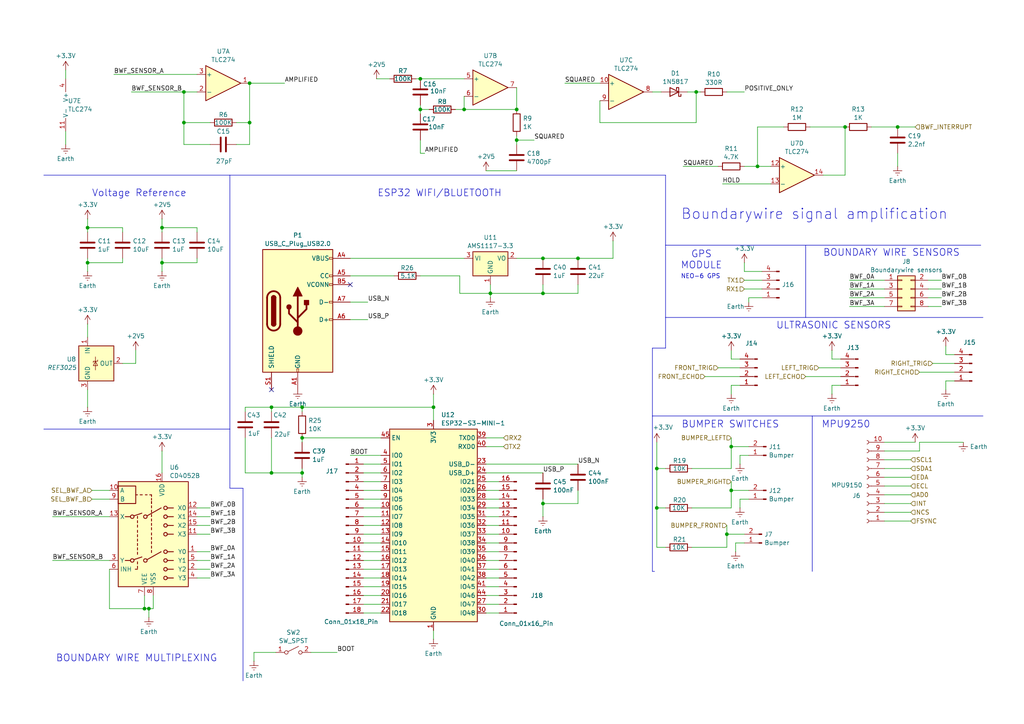
<source format=kicad_sch>
(kicad_sch (version 20250114) (generator "eeschema") (generator_version "9.0")
  (paper "A4")
  (text "ESP32 WIFI/BLUETOOTH" (at 127.508 56.134 0) (effects (font (size 2 2))))
  (text "MPU9250 " (at 246.126 123.19 0) (effects (font (size 2 2))))
  (text "BOUNDARY WIRE SENSORS" (at 258.572 73.406 0) (effects (font (size 2 2))))
  (text "Boundarywire signal amplification\n" (at 236.22 62.23 0) (effects (font (size 3 3))))
  (text "Voltage Reference" (at 40.386 56.134 0) (effects (font (size 2 2))))
  (text "BOUNDARY WIRE MULTIPLEXING" (at 39.624 191.008 0) (effects (font (size 2 2))))
  (text "NEO-6 GPS" (at 203.2 80.264 0) (effects (font (size 1.27 1.27))))
  (text "BUMPER SWITCHES" (at 211.836 123.19 0) (effects (font (size 2 2))))
  (text "GPS\nMODULE" (at 203.454 75.438 0) (effects (font (size 2 2))))
  (text "ULTRASONIC SENSORS\n" (at 241.808 94.488 0) (effects (font (size 2 2))))
  (junction (at 53.34 26.67))
  (junction (at 157.48 74.93))
  (junction (at 157.48 146.05))
  (junction (at 219.71 48.26))
  (junction (at 25.4 66.04))
  (junction (at 149.86 40.64))
  (junction (at 210.82 154.94))
  (junction (at 41.91 176.53))
  (junction (at 72.39 24.13))
  (junction (at 53.34 35.56))
  (junction (at 121.92 31.75))
  (junction (at 72.39 35.56))
  (junction (at 142.24 85.09))
  (junction (at 46.99 76.2))
  (junction (at 87.63 127))
  (junction (at 149.86 31.75))
  (junction (at 190.5 135.89))
  (junction (at 260.35 36.83))
  (junction (at 43.18 176.53))
  (junction (at 25.4 76.2))
  (junction (at 78.74 118.11))
  (junction (at 245.11 36.83))
  (junction (at 157.48 85.09))
  (junction (at 78.74 137.16))
  (junction (at 190.5 147.32))
  (junction (at 167.64 74.93))
  (junction (at 46.99 66.04))
  (junction (at 87.63 118.11))
  (junction (at 201.93 26.67))
  (junction (at 134.62 31.75))
  (junction (at 121.92 22.86))
  (junction (at 212.09 129.54))
  (junction (at 212.09 142.24))
  (junction (at 87.63 137.16))
  (junction (at 125.73 118.11))
  (no_connect (at 78.74 113.03))
  (no_connect (at 101.6 82.55))
  (wire (pts (xy 276.86 102.87) (xy 274.32 102.87)))
  (wire (pts (xy 33.02 21.59) (xy 57.15 21.59)))
  (polyline (pts (xy 189.23 120.65) (xy 189.23 165.735)))
  (wire (pts (xy 157.48 74.93) (xy 167.64 74.93)))
  (wire (pts (xy 101.6 92.71) (xy 106.68 92.71)))
  (wire (pts (xy 35.56 67.31) (xy 35.56 66.04)))
  (wire (pts (xy 57.15 149.86) (xy 60.96 149.86)))
  (wire (pts (xy 105.41 149.86) (xy 110.49 149.86)))
  (wire (pts (xy 157.48 85.09) (xy 167.64 85.09)))
  (wire (pts (xy 269.24 86.36) (xy 273.05 86.36)))
  (wire (pts (xy 140.97 165.1) (xy 144.78 165.1)))
  (wire (pts (xy 233.68 109.22) (xy 243.84 109.22)))
  (wire (pts (xy 78.74 118.11) (xy 87.63 118.11)))
  (wire (pts (xy 200.66 135.89) (xy 212.09 135.89)))
  (wire (pts (xy 167.64 142.24) (xy 167.64 146.05)))
  (wire (pts (xy 237.49 106.68) (xy 243.84 106.68)))
  (wire (pts (xy 217.17 132.08) (xy 214.63 132.08)))
  (wire (pts (xy 68.58 41.91) (xy 72.39 41.91)))
  (polyline (pts (xy 233.68 71.12) (xy 233.68 92.075)))
  (wire (pts (xy 57.15 160.02) (xy 60.96 160.02)))
  (wire (pts (xy 189.23 26.67) (xy 191.77 26.67)))
  (wire (pts (xy 140.97 160.02) (xy 144.78 160.02)))
  (wire (pts (xy 241.3 101.6) (xy 241.3 104.14)))
  (wire (pts (xy 140.97 152.4) (xy 144.78 152.4)))
  (wire (pts (xy 57.15 154.94) (xy 60.96 154.94)))
  (wire (pts (xy 212.09 135.89) (xy 212.09 129.54)))
  (wire (pts (xy 266.7 107.95) (xy 276.86 107.95)))
  (wire (pts (xy 149.86 40.64) (xy 149.86 41.91)))
  (wire (pts (xy 105.41 162.56) (xy 110.49 162.56)))
  (wire (pts (xy 266.7 130.81) (xy 256.54 130.81)))
  (wire (pts (xy 71.12 127) (xy 71.12 137.16)))
  (polyline (pts (xy 285.115 120.65) (xy 189.23 120.65)))
  (wire (pts (xy 57.15 67.31) (xy 57.15 66.04)))
  (wire (pts (xy 19.05 38.1) (xy 19.05 41.91)))
  (wire (pts (xy 46.99 66.04) (xy 46.99 67.31)))
  (wire (pts (xy 190.5 147.32) (xy 193.04 147.32)))
  (wire (pts (xy 25.4 76.2) (xy 25.4 78.74)))
  (wire (pts (xy 219.71 48.26) (xy 219.71 36.83)))
  (wire (pts (xy 105.41 167.64) (xy 110.49 167.64)))
  (wire (pts (xy 200.66 158.75) (xy 210.82 158.75)))
  (wire (pts (xy 121.92 22.86) (xy 134.62 22.86)))
  (wire (pts (xy 140.97 134.62) (xy 167.64 134.62)))
  (wire (pts (xy 269.24 88.9) (xy 273.05 88.9)))
  (wire (pts (xy 245.11 36.83) (xy 245.11 50.8)))
  (wire (pts (xy 140.97 154.94) (xy 144.78 154.94)))
  (wire (pts (xy 57.15 66.04) (xy 46.99 66.04)))
  (wire (pts (xy 120.65 22.86) (xy 121.92 22.86)))
  (wire (pts (xy 215.9 83.82) (xy 220.98 83.82)))
  (wire (pts (xy 25.4 113.03) (xy 25.4 118.11)))
  (wire (pts (xy 140.97 157.48) (xy 144.78 157.48)))
  (wire (pts (xy 101.6 132.08) (xy 110.49 132.08)))
  (wire (pts (xy 256.54 128.27) (xy 265.43 128.27)))
  (wire (pts (xy 109.22 22.86) (xy 113.03 22.86)))
  (wire (pts (xy 68.58 35.56) (xy 72.39 35.56)))
  (wire (pts (xy 125.73 114.3) (xy 125.73 118.11)))
  (wire (pts (xy 252.73 36.83) (xy 260.35 36.83)))
  (wire (pts (xy 140.97 49.53) (xy 149.86 49.53)))
  (wire (pts (xy 101.6 74.93) (xy 134.62 74.93)))
  (wire (pts (xy 105.41 142.24) (xy 110.49 142.24)))
  (polyline (pts (xy 193.04 100.965) (xy 193.04 92.075)))
  (wire (pts (xy 256.54 140.97) (xy 264.16 140.97)))
  (polyline (pts (xy 12.7 124.46) (xy 66.675 124.46)))
  (wire (pts (xy 60.96 35.56) (xy 53.34 35.56)))
  (polyline (pts (xy 66.675 124.46) (xy 66.675 141.605)))
  (wire (pts (xy 256.54 143.51) (xy 264.16 143.51)))
  (wire (pts (xy 25.4 66.04) (xy 25.4 67.31)))
  (wire (pts (xy 35.56 74.93) (xy 35.56 76.2)))
  (wire (pts (xy 71.12 137.16) (xy 78.74 137.16)))
  (wire (pts (xy 210.82 154.94) (xy 215.9 154.94)))
  (wire (pts (xy 190.5 147.32) (xy 190.5 158.75)))
  (wire (pts (xy 243.84 104.14) (xy 241.3 104.14)))
  (wire (pts (xy 193.04 158.75) (xy 190.5 158.75)))
  (wire (pts (xy 87.63 127) (xy 110.49 127)))
  (wire (pts (xy 246.38 88.9) (xy 256.54 88.9)))
  (wire (pts (xy 105.41 144.78) (xy 110.49 144.78)))
  (wire (pts (xy 256.54 148.59) (xy 264.16 148.59)))
  (wire (pts (xy 274.32 110.49) (xy 274.32 113.03)))
  (wire (pts (xy 121.92 40.64) (xy 121.92 44.45)))
  (wire (pts (xy 44.45 176.53) (xy 43.18 176.53)))
  (wire (pts (xy 140.97 167.64) (xy 144.78 167.64)))
  (wire (pts (xy 149.86 25.4) (xy 149.86 31.75)))
  (wire (pts (xy 35.56 66.04) (xy 25.4 66.04)))
  (polyline (pts (xy 285.115 92.075) (xy 193.04 92.075)))
  (wire (pts (xy 78.74 119.38) (xy 78.74 118.11)))
  (wire (pts (xy 25.4 93.98) (xy 25.4 97.79)))
  (wire (pts (xy 157.48 146.05) (xy 157.48 149.86)))
  (wire (pts (xy 46.99 76.2) (xy 46.99 78.74)))
  (wire (pts (xy 212.09 127) (xy 212.09 129.54)))
  (wire (pts (xy 256.54 135.89) (xy 264.16 135.89)))
  (wire (pts (xy 276.86 110.49) (xy 274.32 110.49)))
  (wire (pts (xy 72.39 41.91) (xy 72.39 35.56)))
  (wire (pts (xy 105.41 139.7) (xy 110.49 139.7)))
  (wire (pts (xy 142.24 85.09) (xy 142.24 86.36)))
  (wire (pts (xy 142.24 82.55) (xy 142.24 85.09)))
  (wire (pts (xy 266.7 128.27) (xy 266.7 130.81)))
  (wire (pts (xy 101.6 80.01) (xy 114.3 80.01)))
  (wire (pts (xy 121.92 30.48) (xy 121.92 31.75)))
  (wire (pts (xy 177.8 69.85) (xy 177.8 74.93)))
  (wire (pts (xy 214.63 144.78) (xy 214.63 147.32)))
  (wire (pts (xy 90.17 189.23) (xy 97.79 189.23)))
  (wire (pts (xy 217.17 86.36) (xy 217.17 87.63)))
  (wire (pts (xy 57.15 76.2) (xy 46.99 76.2)))
  (wire (pts (xy 217.17 144.78) (xy 214.63 144.78)))
  (wire (pts (xy 256.54 146.05) (xy 264.16 146.05)))
  (wire (pts (xy 140.97 149.86) (xy 144.78 149.86)))
  (wire (pts (xy 134.62 31.75) (xy 132.08 31.75)))
  (wire (pts (xy 212.09 101.6) (xy 212.09 104.14)))
  (wire (pts (xy 31.75 176.53) (xy 41.91 176.53)))
  (wire (pts (xy 212.09 142.24) (xy 217.17 142.24)))
  (wire (pts (xy 241.3 111.76) (xy 241.3 114.3)))
  (wire (pts (xy 105.41 152.4) (xy 110.49 152.4)))
  (wire (pts (xy 133.35 80.01) (xy 133.35 85.09)))
  (wire (pts (xy 212.09 139.7) (xy 212.09 142.24)))
  (wire (pts (xy 199.39 26.67) (xy 201.93 26.67)))
  (wire (pts (xy 140.97 172.72) (xy 144.78 172.72)))
  (wire (pts (xy 105.41 165.1) (xy 110.49 165.1)))
  (wire (pts (xy 245.11 50.8) (xy 238.76 50.8)))
  (wire (pts (xy 256.54 151.13) (xy 264.16 151.13)))
  (wire (pts (xy 214.63 111.76) (xy 212.09 111.76)))
  (wire (pts (xy 44.45 172.72) (xy 44.45 176.53)))
  (wire (pts (xy 46.99 130.81) (xy 46.99 137.16)))
  (wire (pts (xy 101.6 87.63) (xy 106.68 87.63)))
  (wire (pts (xy 121.92 31.75) (xy 121.92 33.02)))
  (wire (pts (xy 177.8 74.93) (xy 167.64 74.93)))
  (wire (pts (xy 256.54 133.35) (xy 264.16 133.35)))
  (wire (pts (xy 157.48 82.55) (xy 157.48 85.09)))
  (wire (pts (xy 149.86 31.75) (xy 134.62 31.75)))
  (wire (pts (xy 57.15 167.64) (xy 60.96 167.64)))
  (wire (pts (xy 246.38 83.82) (xy 256.54 83.82)))
  (wire (pts (xy 72.39 24.13) (xy 82.55 24.13)))
  (polyline (pts (xy 193.04 50.8) (xy 193.04 71.12)))
  (wire (pts (xy 43.18 179.07) (xy 43.18 176.53)))
  (wire (pts (xy 260.35 36.83) (xy 265.43 36.83)))
  (wire (pts (xy 71.12 119.38) (xy 71.12 118.11)))
  (wire (pts (xy 215.9 157.48) (xy 213.36 157.48)))
  (wire (pts (xy 140.97 144.78) (xy 144.78 144.78)))
  (wire (pts (xy 201.93 35.56) (xy 173.99 35.56)))
  (wire (pts (xy 201.93 26.67) (xy 201.93 35.56)))
  (wire (pts (xy 41.91 176.53) (xy 43.18 176.53)))
  (wire (pts (xy 173.99 35.56) (xy 173.99 29.21)))
  (polyline (pts (xy 12.7 50.8) (xy 66.675 50.8)))
  (wire (pts (xy 246.38 86.36) (xy 256.54 86.36)))
  (wire (pts (xy 266.7 128.27) (xy 279.4 128.27)))
  (wire (pts (xy 105.41 134.62) (xy 110.49 134.62)))
  (wire (pts (xy 246.38 81.28) (xy 256.54 81.28)))
  (wire (pts (xy 149.86 40.64) (xy 154.94 40.64)))
  (wire (pts (xy 140.97 170.18) (xy 144.78 170.18)))
  (wire (pts (xy 213.36 157.48) (xy 213.36 160.02)))
  (wire (pts (xy 140.97 175.26) (xy 144.78 175.26)))
  (wire (pts (xy 219.71 48.26) (xy 223.52 48.26)))
  (wire (pts (xy 78.74 127) (xy 78.74 137.16)))
  (wire (pts (xy 60.96 41.91) (xy 53.34 41.91)))
  (wire (pts (xy 46.99 63.5) (xy 46.99 66.04)))
  (wire (pts (xy 80.01 189.23) (xy 73.66 189.23)))
  (wire (pts (xy 105.41 157.48) (xy 110.49 157.48)))
  (wire (pts (xy 212.09 129.54) (xy 217.17 129.54)))
  (wire (pts (xy 140.97 129.54) (xy 146.05 129.54)))
  (wire (pts (xy 25.4 74.93) (xy 25.4 76.2)))
  (wire (pts (xy 57.15 165.1) (xy 60.96 165.1)))
  (wire (pts (xy 215.9 81.28) (xy 220.98 81.28)))
  (wire (pts (xy 133.35 85.09) (xy 142.24 85.09)))
  (wire (pts (xy 105.41 175.26) (xy 110.49 175.26)))
  (wire (pts (xy 87.63 118.11) (xy 125.73 118.11)))
  (wire (pts (xy 201.93 26.67) (xy 203.2 26.67)))
  (wire (pts (xy 215.9 78.74) (xy 215.9 76.2)))
  (wire (pts (xy 190.5 128.27) (xy 190.5 135.89)))
  (wire (pts (xy 220.98 78.74) (xy 215.9 78.74)))
  (wire (pts (xy 87.63 137.16) (xy 87.63 138.43)))
  (wire (pts (xy 209.55 53.34) (xy 223.52 53.34)))
  (wire (pts (xy 87.63 127) (xy 87.63 128.27)))
  (wire (pts (xy 121.92 80.01) (xy 133.35 80.01)))
  (wire (pts (xy 219.71 36.83) (xy 227.33 36.83)))
  (polyline (pts (xy 189.23 100.965) (xy 193.04 100.965)))
  (wire (pts (xy 25.4 63.5) (xy 25.4 66.04)))
  (wire (pts (xy 274.32 100.33) (xy 274.32 102.87)))
  (wire (pts (xy 105.41 154.94) (xy 110.49 154.94)))
  (wire (pts (xy 105.41 160.02) (xy 110.49 160.02)))
  (wire (pts (xy 167.64 146.05) (xy 157.48 146.05)))
  (wire (pts (xy 140.97 142.24) (xy 144.78 142.24)))
  (wire (pts (xy 19.05 20.32) (xy 19.05 22.86)))
  (polyline (pts (xy 189.23 165.735) (xy 189.865 165.735)))
  (wire (pts (xy 260.35 44.45) (xy 260.35 48.26)))
  (polyline (pts (xy 66.675 50.8) (xy 193.04 50.8)))
  (wire (pts (xy 140.97 139.7) (xy 144.78 139.7)))
  (wire (pts (xy 57.15 162.56) (xy 60.96 162.56)))
  (wire (pts (xy 105.41 137.16) (xy 110.49 137.16)))
  (wire (pts (xy 140.97 162.56) (xy 144.78 162.56)))
  (polyline (pts (xy 235.585 120.65) (xy 235.585 165.735)))
  (polyline (pts (xy 70.485 141.605) (xy 70.485 197.485)))
  (wire (pts (xy 163.83 24.13) (xy 173.99 24.13)))
  (wire (pts (xy 269.24 81.28) (xy 273.05 81.28)))
  (wire (pts (xy 73.66 189.23) (xy 73.66 191.77)))
  (wire (pts (xy 212.09 147.32) (xy 212.09 142.24)))
  (wire (pts (xy 123.19 44.45) (xy 121.92 44.45)))
  (wire (pts (xy 210.82 26.67) (xy 215.9 26.67)))
  (wire (pts (xy 167.64 82.55) (xy 167.64 85.09)))
  (wire (pts (xy 35.56 105.41) (xy 39.37 105.41)))
  (wire (pts (xy 105.41 177.8) (xy 110.49 177.8)))
  (wire (pts (xy 26.67 144.78) (xy 31.75 144.78)))
  (wire (pts (xy 204.47 109.22) (xy 214.63 109.22)))
  (wire (pts (xy 214.63 132.08) (xy 214.63 134.62)))
  (wire (pts (xy 140.97 127) (xy 146.05 127)))
  (wire (pts (xy 140.97 147.32) (xy 144.78 147.32)))
  (polyline (pts (xy 193.04 71.12) (xy 284.48 71.12)))
  (wire (pts (xy 57.15 152.4) (xy 60.96 152.4)))
  (wire (pts (xy 39.37 101.6) (xy 39.37 105.41)))
  (wire (pts (xy 125.73 118.11) (xy 125.73 121.92)))
  (wire (pts (xy 190.5 135.89) (xy 193.04 135.89)))
  (wire (pts (xy 53.34 26.67) (xy 57.15 26.67)))
  (wire (pts (xy 57.15 147.32) (xy 60.96 147.32)))
  (wire (pts (xy 208.28 106.68) (xy 214.63 106.68)))
  (wire (pts (xy 15.24 162.56) (xy 31.75 162.56)))
  (wire (pts (xy 87.63 119.38) (xy 87.63 118.11)))
  (wire (pts (xy 78.74 137.16) (xy 87.63 137.16)))
  (wire (pts (xy 140.97 137.16) (xy 157.48 137.16)))
  (wire (pts (xy 105.41 147.32) (xy 110.49 147.32)))
  (wire (pts (xy 256.54 138.43) (xy 264.16 138.43)))
  (wire (pts (xy 41.91 172.72) (xy 41.91 176.53)))
  (wire (pts (xy 38.1 26.67) (xy 53.34 26.67)))
  (wire (pts (xy 105.41 172.72) (xy 110.49 172.72)))
  (wire (pts (xy 105.41 170.18) (xy 110.49 170.18)))
  (wire (pts (xy 149.86 74.93) (xy 157.48 74.93)))
  (wire (pts (xy 190.5 135.89) (xy 190.5 147.32)))
  (wire (pts (xy 71.12 118.11) (xy 78.74 118.11)))
  (wire (pts (xy 134.62 27.94) (xy 134.62 31.75)))
  (wire (pts (xy 53.34 35.56) (xy 53.34 26.67)))
  (wire (pts (xy 149.86 39.37) (xy 149.86 40.64)))
  (wire (pts (xy 26.67 142.24) (xy 31.75 142.24)))
  (wire (pts (xy 157.48 144.78) (xy 157.48 146.05)))
  (wire (pts (xy 46.99 74.93) (xy 46.99 76.2)))
  (wire (pts (xy 214.63 104.14) (xy 212.09 104.14)))
  (wire (pts (xy 35.56 76.2) (xy 25.4 76.2)))
  (wire (pts (xy 210.82 158.75) (xy 210.82 154.94)))
  (polyline (pts (xy 193.04 71.12) (xy 193.04 92.075)))
  (wire (pts (xy 243.84 111.76) (xy 241.3 111.76)))
  (wire (pts (xy 53.34 41.91) (xy 53.34 35.56)))
  (wire (pts (xy 270.51 105.41) (xy 276.86 105.41)))
  (wire (pts (xy 72.39 35.56) (xy 72.39 24.13)))
  (wire (pts (xy 210.82 152.4) (xy 210.82 154.94)))
  (wire (pts (xy 125.73 182.88) (xy 125.73 185.42)))
  (polyline (pts (xy 66.675 50.8) (xy 66.675 124.46)))
  (wire (pts (xy 212.09 111.76) (xy 212.09 114.3)))
  (wire (pts (xy 220.98 86.36) (xy 217.17 86.36)))
  (wire (pts (xy 142.24 85.09) (xy 157.48 85.09)))
  (polyline (pts (xy 66.675 141.605) (xy 70.485 141.605)))
  (wire (pts (xy 15.24 149.86) (xy 31.75 149.86)))
  (wire (pts (xy 140.97 177.8) (xy 144.78 177.8)))
  (wire (pts (xy 124.46 31.75) (xy 121.92 31.75)))
  (wire (pts (xy 87.63 135.89) (xy 87.63 137.16)))
  (polyline (pts (xy 189.23 120.65) (xy 189.23 100.965)))
  (wire (pts (xy 269.24 83.82) (xy 273.05 83.82)))
  (wire (pts (xy 215.9 48.26) (xy 219.71 48.26)))
  (wire (pts (xy 31.75 165.1) (xy 31.75 176.53)))
  (wire (pts (xy 200.66 147.32) (xy 212.09 147.32)))
  (wire (pts (xy 198.12 48.26) (xy 208.28 48.26)))
  (wire (pts (xy 234.95 36.83) (xy 245.11 36.83)))
  (wire (pts (xy 57.15 74.93) (xy 57.15 76.2)))
  (label "BWF_0B" (at 273.05 81.28 0))
  (label "BWF_SENSOR_B" (at 15.24 162.56 0))
  (label "BWF_3A" (at 246.38 88.9 0))
  (label "USB_N" (at 106.68 87.63 0))
  (label "BOOT" (at 101.6 132.08 0))
  (label "POSITIVE_ONLY" (at 215.9 26.67 0))
  (label "BWF_0A" (at 60.96 160.02 0))
  (label "BWF_SENSOR_A" (at 33.02 21.59 0))
  (label "BWF_0B" (at 60.96 147.32 0))
  (label "BWF_2B" (at 273.05 86.36 0))
  (label "HOLD" (at 209.55 53.34 0))
  (label "BWF_SENSOR_A" (at 15.24 149.86 0))
  (label "SQUARED" (at 154.94 40.64 0))
  (label "BWF_1B" (at 273.05 83.82 0))
  (label "BWF_3A" (at 60.96 167.64 0))
  (label "USB_P" (at 157.48 137.16 0))
  (label "BWF_2A" (at 60.96 165.1 0))
  (label "BWF_2A" (at 246.38 86.36 0))
  (label "USB_P" (at 106.68 92.71 0))
  (label "SQUARED" (at 198.12 48.26 0))
  (label "BWF_1A" (at 60.96 162.56 0))
  (label "BWF_SENSOR_B" (at 38.1 26.67 0))
  (label "BOOT" (at 97.79 189.23 0))
  (label "BWF_1A" (at 246.38 83.82 0))
  (label "BWF_1B" (at 60.96 149.86 0))
  (label "AMPLIFIED" (at 82.55 24.13 0))
  (label "USB_N" (at 167.64 134.62 0))
  (label "BWF_3B" (at 60.96 154.94 0))
  (label "BWF_3B" (at 273.05 88.9 0))
  (label "BWF_2B" (at 60.96 152.4 0))
  (label "AMPLIFIED" (at 123.19 44.45 0))
  (label "BWF_0A" (at 246.38 81.28 0))
  (label "SQUARED" (at 163.83 24.13 0))
  (hierarchical_label "FRONT_ECHO" (shape input) (at 204.47 109.22 180))
  (hierarchical_label "NCS" (shape input) (at 264.16 148.59 0))
  (hierarchical_label "AD0" (shape input) (at 264.16 143.51 0))
  (hierarchical_label "FSYNC" (shape input) (at 264.16 151.13 0))
  (hierarchical_label "LEFT_TRIG" (shape input) (at 237.49 106.68 180))
  (hierarchical_label "ECL" (shape input) (at 264.16 140.97 0))
  (hierarchical_label "RX1" (shape input) (at 215.9 83.82 180))
  (hierarchical_label "BUMPER_RIGHT" (shape input) (at 212.09 139.7 180))
  (hierarchical_label "BWF_INTERRUPT" (shape input) (at 265.43 36.83 0))
  (hierarchical_label "BUMPER_LEFT" (shape input) (at 212.09 127 180))
  (hierarchical_label "TX1" (shape input) (at 215.9 81.28 180))
  (hierarchical_label "TX2" (shape input) (at 146.05 129.54 0))
  (hierarchical_label "RIGHT_ECHO" (shape input) (at 266.7 107.95 180))
  (hierarchical_label "SCL1" (shape input) (at 264.16 133.35 0))
  (hierarchical_label "LEFT_ECHO" (shape input) (at 233.68 109.22 180))
  (hierarchical_label "FRONT_TRIG" (shape input) (at 208.28 106.68 180))
  (hierarchical_label "EDA" (shape input) (at 264.16 138.43 0))
  (hierarchical_label "SEL_BWF_B" (shape input) (at 26.67 144.78 180))
  (hierarchical_label "SDA1" (shape input) (at 264.16 135.89 0))
  (hierarchical_label "RX2" (shape input) (at 146.05 127 0))
  (hierarchical_label "RIGHT_TRIG" (shape input) (at 270.51 105.41 180))
  (hierarchical_label "BUMPER_FRONT" (shape input) (at 210.82 152.4 180))
  (hierarchical_label "INT" (shape input) (at 264.16 146.05 0))
  (hierarchical_label "SEL_BWF_A" (shape input) (at 26.67 142.24 180))
  (symbol (lib_id "power:Earth") (at 142.24 86.36 0) (unit 1)
    (property "Reference" "#PWR086" (effects (hide yes)))
    (property "Value" "Earth" (at 142.24 90.4931 0))
    (property "Description" "Power symbol creates a global label with name \"Earth\"" (effects (hide yes)))
  )
  (symbol (lib_id "Device:R") (at 196.85 147.32 90) (unit 1)
    (property "Reference" "R20" (at 197.104 145.034 90))
    (property "Value" "10K" (at 196.85 147.32 90))
    (property "Description" "Resistor" (effects (hide yes)))
  )
  (symbol (lib_id "Connector:USB_C_Plug_USB2.0") (at 86.36 90.17 0) (unit 1)
    (property "Reference" "P1" (at 86.36 68.2455 0))
    (property "Value" "USB_C_Plug_USB2.0" (at 86.36 70.6698 0))
    (property "Datasheet" "https://www.usb.org/sites/default/files/documents/usb_type-c.zip" (effects (hide yes)))
    (property "Description" "USB 2.0-only Type-C Plug connector" (effects (hide yes)))
  )
  (symbol (lib_id "Device:C") (at 157.48 140.97 0) (unit 1)
    (property "Reference" "C45" (at 160.401 139.7578 0) (effects (justify left)))
    (property "Value" "100nF" (at 160.401 142.1821 0) (effects (justify left)))
    (property "Description" "Unpolarized capacitor" (effects (hide yes)))
  )
  (symbol (lib_id "Analog_Switch:CD4052B") (at 44.45 154.94 0) (unit 1)
    (property "Reference" "U6" (at 49.1841 135.5555 0) (effects (justify left)))
    (property "Value" "CD4052B" (at 49.1841 137.9798 0) (effects (justify left)))
    (property "Datasheet" "http://www.ti.com/lit/ds/symlink/cd4052b.pdf" (effects (hide yes)))
    (property "Description" "CMOS double 4-channel analog multiplexer/demultiplexer, TSSOP-16/DIP-16/SOIC-16" (effects (hide yes)))
  )
  (symbol (lib_id "power:+3.3V") (at 125.73 114.3 0) (unit 1)
    (property "Reference" "#PWR087" (effects (hide yes)))
    (property "Value" "+3.3V" (at 125.73 110.1669 0))
    (property "Description" "Power symbol creates a global label with name \"+3.3V\"" (effects (hide yes)))
  )
  (symbol (lib_id "Device:C") (at 46.99 71.12 0) (unit 1)
    (property "Reference" "C13" (at 49.911 69.9078 0) (effects (justify left)))
    (property "Value" "1uF" (at 49.911 72.3321 0) (effects (justify left)))
    (property "Description" "Unpolarized capacitor" (effects (hide yes)))
  )
  (symbol (lib_id "Diode:1N5817") (at 195.58 26.67 180) (unit 1)
    (property "Reference" "D1" (at 195.8975 21.2555 0))
    (property "Value" "1N5817" (at 195.8975 23.6798 0))
    (property "Footprint" "Diode_THT:D_DO-41_SOD81_P10.16mm_Horizontal" (effects (hide yes)))
    (property "Datasheet" "http://www.vishay.com/docs/88525/1n5817.pdf" (effects (hide yes)))
    (property "Description" "20V 1A Schottky Barrier Rectifier Diode, DO-41" (effects (hide yes)))
  )
  (symbol (lib_id "Device:C") (at 78.74 123.19 0) (unit 1)
    (property "Reference" "C42" (at 79.248 120.396 0) (effects (justify left)))
    (property "Value" "22uF" (at 79.502 125.984 0) (effects (justify left)))
    (property "Description" "Unpolarized capacitor" (effects (hide yes)))
  )
  (symbol (lib_id "Device:R") (at 196.85 158.75 90) (unit 1)
    (property "Reference" "R21" (at 197.104 156.464 90))
    (property "Value" "10K" (at 196.85 158.75 90))
    (property "Description" "Resistor" (effects (hide yes)))
  )
  (symbol (lib_id "RF_Module:ESP32-S3-MINI-1") (at 125.73 152.4 0) (unit 1)
    (property "Reference" "U12" (at 127.9241 120.3155 0) (effects (justify left)))
    (property "Value" "ESP32-S3-MINI-1" (at 127.9241 122.7398 0) (effects (justify left)))
    (property "Footprint" "RF_Module:ESP32-S2-MINI-1" (effects (hide yes)))
    (property "Datasheet" "https://www.espressif.com/sites/default/files/documentation/esp32-s3-mini-1_mini-1u_datasheet_en.pdf" (effects (hide yes)))
    (property "Description" "RF Module, ESP32-S3 SoC, Wi-Fi 802.11b/g/n, Bluetooth, BLE, 32-bit, 3.3V, SMD, onboard antenna" (effects (hide yes)))
  )
  (symbol (lib_id "Device:C") (at 25.4 71.12 0) (unit 1)
    (property "Reference" "C11" (at 28.321 69.9078 0) (effects (justify left)))
    (property "Value" "1uF" (at 28.321 72.3321 0) (effects (justify left)))
    (property "Description" "Unpolarized capacitor" (effects (hide yes)))
  )
  (symbol (lib_id "power:Earth") (at 217.17 87.63 0) (unit 1)
    (property "Reference" "#PWR082" (effects (hide yes)))
    (property "Value" "Earth" (at 213.36 88.9 0))
    (property "Description" "Power symbol creates a global label with name \"Earth\"" (effects (hide yes)))
  )
  (symbol (lib_id "power:+3.3V") (at 212.09 101.6 0) (unit 1)
    (property "Reference" "#PWR076" (effects (hide yes)))
    (property "Value" "+3.3V" (at 212.09 97.4669 0))
    (property "Description" "Power symbol creates a global label with name \"+3.3V\"" (effects (hide yes)))
  )
  (symbol (lib_id "power:Earth") (at 86.36 113.03 0) (unit 1)
    (property "Reference" "#PWR089" (effects (hide yes)))
    (property "Value" "Earth" (at 86.36 117.1631 0))
    (property "Description" "Power symbol creates a global label with name \"Earth\"" (effects (hide yes)))
  )
  (symbol (lib_id "Device:C") (at 260.35 40.64 0) (unit 1)
    (property "Reference" "C19" (at 263.271 39.4278 0) (effects (justify left)))
    (property "Value" "2.2nf" (at 263.271 41.8521 0) (effects (justify left)))
    (property "Description" "Unpolarized capacitor" (effects (hide yes)))
  )
  (symbol (lib_id "power:Earth") (at 25.4 118.11 0) (unit 1)
    (property "Reference" "#PWR031" (effects (hide yes)))
    (property "Value" "Earth" (at 25.4 122.2431 0))
    (property "Description" "Power symbol creates a global label with name \"Earth\"" (effects (hide yes)))
  )
  (symbol (lib_id "power:+2V5") (at 39.37 101.6 0) (unit 1)
    (property "Reference" "#PWR032" (effects (hide yes)))
    (property "Value" "+2V5" (at 39.37 97.4669 0))
    (property "Description" "Power symbol creates a global label with name \"+2V5\"" (effects (hide yes)))
  )
  (symbol (lib_id "Connector:Conn_01x02_Pin") (at 222.25 132.08 180) (unit 1)
    (property "Reference" "J11" (at 222.9612 129.5978 0) (effects (justify right)))
    (property "Value" "Bumper" (at 222.9612 132.0221 0) (effects (justify right)))
    (property "Description" "Generic connector, single row, 01x02, script generated" (effects (hide yes)))
  )
  (symbol (lib_id "Connector:Conn_01x04_Pin") (at 248.92 109.22 180) (unit 1)
    (property "Reference" "J13" (at 245.618 100.838 0) (effects (justify right)))
    (property "Value" "Conn_01x04_Pin" (effects (hide yes)))
    (property "Description" "Generic connector, single row, 01x04, script generated" (effects (hide yes)))
  )
  (symbol (lib_id "power:+3.3V") (at 46.99 130.81 0) (unit 1)
    (property "Reference" "#PWR029" (effects (hide yes)))
    (property "Value" "+3.3V" (at 46.99 126.6769 0))
    (property "Description" "Power symbol creates a global label with name \"+3.3V\"" (effects (hide yes)))
  )
  (symbol (lib_id "power:+3.3V") (at 215.9 76.2 0) (unit 1)
    (property "Reference" "#PWR081" (effects (hide yes)))
    (property "Value" "+3.3V" (at 215.9 72.0669 0))
    (property "Description" "Power symbol creates a global label with name \"+3.3V\"" (effects (hide yes)))
  )
  (symbol (lib_id "power:+3.3V") (at 241.3 101.6 0) (unit 1)
    (property "Reference" "#PWR074" (effects (hide yes)))
    (property "Value" "+3.3V" (at 241.3 97.4669 0))
    (property "Description" "Power symbol creates a global label with name \"+3.3V\"" (effects (hide yes)))
  )
  (symbol (lib_id "power:+3.3V") (at 19.05 20.32 0) (unit 1)
    (property "Reference" "#PWR037" (effects (hide yes)))
    (property "Value" "+3.3V" (at 19.05 16.1869 0))
    (property "Description" "Power symbol creates a global label with name \"+3.3V\"" (effects (hide yes)))
  )
  (symbol (lib_id "Connector_Generic:Conn_02x04_Odd_Even") (at 261.62 83.82 0) (unit 1)
    (property "Reference" "J8" (at 262.89 75.8655 0))
    (property "Value" "Boundarywire sensors" (at 262.89 78.2898 0))
    (property "Description" "Generic connector, double row, 02x04, odd/even pin numbering scheme (row 1 odd numbers, row 2 even numbers), script generated (kicad-library-utils/schlib/autogen/connector/)" (effects (hide yes)))
  )
  (symbol (lib_id "power:Earth") (at 241.3 114.3 0) (unit 1)
    (property "Reference" "#PWR075" (effects (hide yes)))
    (property "Value" "Earth" (at 241.3 118.4331 0))
    (property "Description" "Power symbol creates a global label with name \"Earth\"" (effects (hide yes)))
  )
  (symbol (lib_id "Device:R") (at 128.27 31.75 90) (unit 1)
    (property "Reference" "R8" (at 128.27 29.464 90))
    (property "Value" "100K" (at 128.27 31.75 90))
    (property "Description" "Resistor" (effects (hide yes)))
  )
  (symbol (lib_id "Switch:SW_SPST") (at 85.09 189.23 0) (unit 1)
    (property "Reference" "SW2" (at 85.09 183.4345 0))
    (property "Value" "SW_SPST" (at 85.09 185.8588 0))
    (property "Description" "Single Pole Single Throw (SPST) switch" (effects (hide yes)))
  )
  (symbol (lib_id "power:+3.3V") (at 25.4 93.98 0) (unit 1)
    (property "Reference" "#PWR030" (effects (hide yes)))
    (property "Value" "+3.3V" (at 25.4 89.8469 0))
    (property "Description" "Power symbol creates a global label with name \"+3.3V\"" (effects (hide yes)))
  )
  (symbol (lib_id "power:Earth") (at 46.99 78.74 0) (unit 1)
    (property "Reference" "#PWR036" (effects (hide yes)))
    (property "Value" "Earth" (at 46.99 82.8731 0))
    (property "Description" "Power symbol creates a global label with name \"Earth\"" (effects (hide yes)))
  )
  (symbol (lib_id "power:Earth") (at 125.73 185.42 0) (unit 1)
    (property "Reference" "#PWR085" (effects (hide yes)))
    (property "Value" "Earth" (at 125.73 189.5531 0))
    (property "Description" "Power symbol creates a global label with name \"Earth\"" (effects (hide yes)))
  )
  (symbol (lib_id "Device:R") (at 118.11 80.01 90) (unit 1)
    (property "Reference" "R26" (at 118.11 77.724 90))
    (property "Value" "5.1K" (at 118.364 80.01 90))
    (property "Description" "Resistor" (effects (hide yes)))
  )
  (symbol (lib_id "Connector:Conn_01x10_Socket") (at 251.46 140.97 180) (unit 1)
    (property "Reference" "J6" (at 248.412 143.764 0))
    (property "Value" "MPU9150" (at 245.618 140.716 0))
    (property "Description" "Generic connector, single row, 01x10, script generated" (effects (hide yes)))
  )
  (symbol (lib_id "power:+3.3V") (at 274.32 100.33 0) (unit 1)
    (property "Reference" "#PWR078" (effects (hide yes)))
    (property "Value" "+3.3V" (at 274.32 96.1969 0))
    (property "Description" "Power symbol creates a global label with name \"+3.3V\"" (effects (hide yes)))
  )
  (symbol (lib_id "power:+2V5") (at 46.99 63.5 0) (unit 1)
    (property "Reference" "#PWR035" (effects (hide yes)))
    (property "Value" "+2V5" (at 46.99 59.3669 0))
    (property "Description" "Power symbol creates a global label with name \"+2V5\"" (effects (hide yes)))
  )
  (symbol (lib_id "Connector:Conn_01x16_Pin") (at 149.86 160.02 180) (unit 1)
    (property "Reference" "J18" (at 153.924 172.72 0) (effects (justify right)))
    (property "Value" "Conn_01x16_Pin" (at 144.78 180.848 0) (effects (justify right)))
    (property "Description" "Generic connector, single row, 01x16, script generated" (effects (hide yes)))
  )
  (symbol (lib_id "Connector:Conn_01x04_Pin") (at 226.06 83.82 180) (unit 1)
    (property "Reference" "J16" (at 226.7712 82.55 0) (effects (justify right)))
    (property "Value" "Conn_01x04_Pin" (effects (hide yes)))
    (property "Description" "Generic connector, single row, 01x04, script generated" (effects (hide yes)))
  )
  (symbol (lib_id "Device:R") (at 196.85 135.89 90) (unit 1)
    (property "Reference" "R19" (at 197.104 133.604 90))
    (property "Value" "10K" (at 197.104 135.89 90))
    (property "Description" "Resistor" (effects (hide yes)))
  )
  (symbol (lib_id "Device:R") (at 116.84 22.86 90) (unit 1)
    (property "Reference" "R7" (at 116.84 20.574 90))
    (property "Value" "100K" (at 116.84 22.86 90))
    (property "Description" "Resistor" (effects (hide yes)))
  )
  (symbol (lib_id "Amplifier_Operational:TLC274") (at 64.77 24.13 0) (unit 1)
    (property "Reference" "U7" (at 64.77 14.9055 0))
    (property "Value" "TLC274" (at 64.77 17.3298 0))
    (property "Datasheet" "http://www.ti.com/lit/ds/symlink/tlc274.pdf" (effects (hide yes)))
    (property "Description" "Quad LinCMOS Precision Quad Operational Amplifiers, DIP-14/SOIC-14/SSOP-14" (effects (hide yes)))
  )
  (symbol (lib_id "power:+3.3V") (at 177.8 69.85 0) (unit 1)
    (property "Reference" "#PWR088" (effects (hide yes)))
    (property "Value" "+3.3V" (at 177.8 65.7169 0))
    (property "Description" "Power symbol creates a global label with name \"+3.3V\"" (effects (hide yes)))
  )
  (symbol (lib_id "Amplifier_Operational:TLC274") (at 181.61 26.67 0) (unit 3)
    (property "Reference" "U7" (at 181.61 17.4455 0))
    (property "Value" "TLC274" (at 181.61 19.8698 0))
    (property "Datasheet" "http://www.ti.com/lit/ds/symlink/tlc274.pdf" (effects (hide yes)))
    (property "Description" "Quad LinCMOS Precision Quad Operational Amplifiers, DIP-14/SOIC-14/SSOP-14" (effects (hide yes)))
  )
  (symbol (lib_id "Device:R") (at 64.77 35.56 90) (unit 1)
    (property "Reference" "R6" (at 64.77 33.274 90))
    (property "Value" "100K" (at 64.77 35.56 90))
    (property "Description" "Resistor" (effects (hide yes)))
  )
  (symbol (lib_id "Device:R") (at 87.63 123.19 0) (unit 1)
    (property "Reference" "R25" (at 89.408 121.9778 0) (effects (justify left)))
    (property "Value" "10K" (at 89.408 124.4021 0) (effects (justify left)))
    (property "Description" "Resistor" (effects (hide yes)))
  )
  (symbol (lib_id "Device:C") (at 167.64 138.43 0) (unit 1)
    (property "Reference" "C44" (at 170.561 137.2178 0) (effects (justify left)))
    (property "Value" "100nF" (at 170.561 139.6421 0) (effects (justify left)))
    (property "Description" "Unpolarized capacitor" (effects (hide yes)))
  )
  (symbol (lib_id "power:Earth") (at 73.66 191.77 0) (unit 1)
    (property "Reference" "#PWR084" (effects (hide yes)))
    (property "Value" "Earth" (at 73.66 195.9031 0))
    (property "Description" "Power symbol creates a global label with name \"Earth\"" (effects (hide yes)))
  )
  (symbol (lib_id "power:Earth") (at 212.09 114.3 0) (unit 1)
    (property "Reference" "#PWR077" (effects (hide yes)))
    (property "Value" "Earth" (at 212.09 118.4331 0))
    (property "Description" "Power symbol creates a global label with name \"Earth\"" (effects (hide yes)))
  )
  (symbol (lib_id "Device:C") (at 149.86 45.72 0) (unit 1)
    (property "Reference" "C18" (at 152.781 44.5078 0) (effects (justify left)))
    (property "Value" "4700pF" (at 152.781 46.9321 0) (effects (justify left)))
    (property "Description" "Unpolarized capacitor" (effects (hide yes)))
  )
  (symbol (lib_id "Device:C") (at 57.15 71.12 0) (unit 1)
    (property "Reference" "C14" (at 60.071 69.9078 0) (effects (justify left)))
    (property "Value" "10uF" (at 60.071 72.3321 0) (effects (justify left)))
    (property "Description" "Unpolarized capacitor" (effects (hide yes)))
  )
  (symbol (lib_id "power:Earth") (at 87.63 138.43 0) (unit 1)
    (property "Reference" "#PWR083" (effects (hide yes)))
    (property "Value" "Earth" (at 87.63 142.5631 0))
    (property "Description" "Power symbol creates a global label with name \"Earth\"" (effects (hide yes)))
  )
  (symbol (lib_id "power:Earth") (at 214.63 134.62 0) (unit 1)
    (property "Reference" "#PWR061" (effects (hide yes)))
    (property "Value" "Earth" (at 214.63 138.7531 0))
    (property "Description" "Power symbol creates a global label with name \"Earth\"" (effects (hide yes)))
  )
  (symbol (lib_id "power:+3.3V") (at 265.43 128.27 0) (unit 1)
    (property "Reference" "#PWR026" (effects (hide yes)))
    (property "Value" "+3.3V" (at 265.43 124.1369 0))
    (property "Description" "Power symbol creates a global label with name \"+3.3V\"" (effects (hide yes)))
  )
  (symbol (lib_id "power:Earth") (at 213.36 160.02 0) (unit 1)
    (property "Reference" "#PWR042" (effects (hide yes)))
    (property "Value" "Earth" (at 213.36 164.1531 0))
    (property "Description" "Power symbol creates a global label with name \"Earth\"" (effects (hide yes)))
  )
  (symbol (lib_id "power:Earth") (at 274.32 113.03 0) (unit 1)
    (property "Reference" "#PWR079" (effects (hide yes)))
    (property "Value" "Earth" (at 274.32 117.1631 0))
    (property "Description" "Power symbol creates a global label with name \"Earth\"" (effects (hide yes)))
  )
  (symbol (lib_id "Device:R") (at 231.14 36.83 90) (unit 1)
    (property "Reference" "R12" (at 231.14 31.6695 90))
    (property "Value" "1M" (at 231.14 34.0938 90))
    (property "Description" "Resistor" (effects (hide yes)))
  )
  (symbol (lib_id "Device:C") (at 71.12 123.19 0) (unit 1)
    (property "Reference" "C43" (at 71.628 120.396 0) (effects (justify left)))
    (property "Value" "1uF" (at 71.882 125.73 0) (effects (justify left)))
    (property "Description" "Unpolarized capacitor" (effects (hide yes)))
  )
  (symbol (lib_id "Connector:Conn_01x18_Pin") (at 100.33 154.94 0) (unit 1)
    (property "Reference" "J17" (at 96.266 136.652 0))
    (property "Value" "Conn_01x18_Pin" (at 101.854 180.34 0))
    (property "Description" "Generic connector, single row, 01x18, script generated" (effects (hide yes)))
  )
  (symbol (lib_id "Device:C") (at 157.48 78.74 0) (unit 1)
    (property "Reference" "C40" (at 160.401 77.5278 0) (effects (justify left)))
    (property "Value" "1uF" (at 160.401 79.9521 0) (effects (justify left)))
    (property "Description" "Unpolarized capacitor" (effects (hide yes)))
  )
  (symbol (lib_id "Device:C") (at 64.77 41.91 90) (unit 1)
    (property "Reference" "C15" (at 64.77 38.1 90))
    (property "Value" "27pF" (at 65.024 46.736 90))
    (property "Description" "Unpolarized capacitor" (effects (hide yes)))
  )
  (symbol (lib_id "Regulator_Linear:AMS1117-3.3") (at 142.24 74.93 0) (unit 1)
    (property "Reference" "U11" (at 142.24 68.8805 0))
    (property "Value" "AMS1117-3.3" (at 142.24 71.3048 0))
    (property "Footprint" "Package_TO_SOT_SMD:SOT-223-3_TabPin2" (effects (hide yes)))
    (property "Datasheet" "http://www.advanced-monolithic.com/pdf/ds1117.pdf" (effects (hide yes)))
    (property "Description" "1A Low Dropout regulator, positive, 3.3V fixed output, SOT-223" (effects (hide yes)))
  )
  (symbol (lib_id "power:+2V5") (at 109.22 22.86 0) (unit 1)
    (property "Reference" "#PWR039" (effects (hide yes)))
    (property "Value" "+2V5" (at 109.22 18.7269 0))
    (property "Description" "Power symbol creates a global label with name \"+2V5\"" (effects (hide yes)))
  )
  (symbol (lib_id "Connector:Conn_01x04_Pin") (at 219.71 109.22 180) (unit 1)
    (property "Reference" "J14" (at 216.154 99.568 0) (effects (justify right)))
    (property "Value" "Conn_01x04_Pin" (effects (hide yes)))
    (property "Description" "Generic connector, single row, 01x04, script generated" (effects (hide yes)))
  )
  (symbol (lib_id "Connector:Conn_01x04_Pin") (at 281.94 107.95 180) (unit 1)
    (property "Reference" "J15" (at 279.4 99.314 0) (effects (justify right)))
    (property "Value" "Conn_01x04_Pin" (effects (hide yes)))
    (property "Description" "Generic connector, single row, 01x04, script generated" (effects (hide yes)))
  )
  (symbol (lib_id "power:Earth") (at 214.63 147.32 0) (unit 1)
    (property "Reference" "#PWR069" (effects (hide yes)))
    (property "Value" "Earth" (at 214.63 151.4531 0))
    (property "Description" "Power symbol creates a global label with name \"Earth\"" (effects (hide yes)))
  )
  (symbol (lib_id "Connector:Conn_01x02_Pin") (at 222.25 144.78 180) (unit 1)
    (property "Reference" "J12" (at 222.9612 142.2978 0) (effects (justify right)))
    (property "Value" "Bumper" (at 222.9612 144.7221 0) (effects (justify right)))
    (property "Description" "Generic connector, single row, 01x02, script generated" (effects (hide yes)))
  )
  (symbol (lib_id "Device:C") (at 167.64 78.74 0) (unit 1)
    (property "Reference" "C41" (at 170.561 77.5278 0) (effects (justify left)))
    (property "Value" "22uF" (at 170.561 79.9521 0) (effects (justify left)))
    (property "Description" "Unpolarized capacitor" (effects (hide yes)))
  )
  (symbol (lib_id "Amplifier_Operational:TLC274") (at 231.14 50.8 0) (unit 4)
    (property "Reference" "U7" (at 231.14 41.5755 0))
    (property "Value" "TLC274" (at 231.14 43.9998 0))
    (property "Datasheet" "http://www.ti.com/lit/ds/symlink/tlc274.pdf" (effects (hide yes)))
    (property "Description" "Quad LinCMOS Precision Quad Operational Amplifiers, DIP-14/SOIC-14/SSOP-14" (effects (hide yes)))
  )
  (symbol (lib_id "power:+3.3V") (at 190.5 128.27 0) (unit 1)
    (property "Reference" "#PWR080" (effects (hide yes)))
    (property "Value" "+3.3V" (at 192.278 123.952 0))
    (property "Description" "Power symbol creates a global label with name \"+3.3V\"" (effects (hide yes)))
  )
  (symbol (lib_id "Device:C") (at 121.92 36.83 0) (unit 1)
    (property "Reference" "C17" (at 122.428 34.544 0) (effects (justify left)))
    (property "Value" "10nF" (at 124.206 36.83 0) (effects (justify left)))
    (property "Description" "Unpolarized capacitor" (effects (hide yes)))
  )
  (symbol (lib_id "power:Earth") (at 260.35 48.26 0) (unit 1)
    (property "Reference" "#PWR041" (effects (hide yes)))
    (property "Value" "Earth" (at 260.35 52.3931 0))
    (property "Description" "Power symbol creates a global label with name \"Earth\"" (effects (hide yes)))
  )
  (symbol (lib_id "power:Earth") (at 157.48 149.86 0) (unit 1)
    (property "Reference" "#PWR090" (effects (hide yes)))
    (property "Value" "Earth" (at 157.48 153.9931 0))
    (property "Description" "Power symbol creates a global label with name \"Earth\"" (effects (hide yes)))
  )
  (symbol (lib_id "power:Earth") (at 43.18 179.07 0) (unit 1)
    (property "Reference" "#PWR028" (effects (hide yes)))
    (property "Value" "Earth" (at 43.18 183.2031 0))
    (property "Description" "Power symbol creates a global label with name \"Earth\"" (effects (hide yes)))
  )
  (symbol (lib_id "power:Earth") (at 25.4 78.74 0) (unit 1)
    (property "Reference" "#PWR034" (effects (hide yes)))
    (property "Value" "Earth" (at 25.4 82.8731 0))
    (property "Description" "Power symbol creates a global label with name \"Earth\"" (effects (hide yes)))
  )
  (symbol (lib_id "Device:C") (at 35.56 71.12 0) (unit 1)
    (property "Reference" "C12" (at 38.481 69.9078 0) (effects (justify left)))
    (property "Value" "10uF" (at 38.481 72.3321 0) (effects (justify left)))
    (property "Description" "Unpolarized capacitor" (effects (hide yes)))
  )
  (symbol (lib_id "Connector:Conn_01x02_Pin") (at 220.98 157.48 180) (unit 1)
    (property "Reference" "J7" (at 221.6912 154.9978 0) (effects (justify right)))
    (property "Value" "Bumper" (at 221.6912 157.4221 0) (effects (justify right)))
    (property "Description" "Generic connector, single row, 01x02, script generated" (effects (hide yes)))
  )
  (symbol (lib_id "Reference_Voltage:REF3025") (at 27.94 105.41 0) (unit 1)
    (property "Reference" "U8" (at 22.098 104.1978 0) (effects (justify right)))
    (property "Value" "REF3025" (at 22.098 106.6221 0) (effects (font (italic yes)) (justify right)))
    (property "Footprint" "Package_TO_SOT_SMD:SOT-23" (effects (hide yes)))
    (property "Datasheet" "http://www.ti.com/lit/ds/symlink/ref3033.pdf" (effects (hide yes)))
    (property "Description" "2.500V 50-ppm/°C Max, 50-μA, CMOS Voltage Reference, SOT-23-3" (effects (hide yes)))
  )
  (symbol (lib_id "Device:R") (at 149.86 35.56 180) (unit 1)
    (property "Reference" "R9" (at 151.638 34.3478 0) (effects (justify right)))
    (property "Value" "1K" (at 151.638 36.7721 0) (effects (justify right)))
    (property "Description" "Resistor" (effects (hide yes)))
  )
  (symbol (lib_id "Device:R") (at 207.01 26.67 90) (unit 1)
    (property "Reference" "R10" (at 207.01 21.5095 90))
    (property "Value" "330R" (at 207.01 23.9338 90))
    (property "Description" "Resistor" (effects (hide yes)))
  )
  (symbol (lib_id "Device:C") (at 87.63 132.08 0) (unit 1)
    (property "Reference" "C39" (at 90.551 130.8678 0) (effects (justify left)))
    (property "Value" "1uF" (at 90.551 133.2921 0) (effects (justify left)))
    (property "Description" "Unpolarized capacitor" (effects (hide yes)))
  )
  (symbol (lib_id "Amplifier_Operational:TLC274") (at 142.24 25.4 0) (unit 2)
    (property "Reference" "U7" (at 142.24 16.1755 0))
    (property "Value" "TLC274" (at 142.24 18.5998 0))
    (property "Datasheet" "http://www.ti.com/lit/ds/symlink/tlc274.pdf" (effects (hide yes)))
    (property "Description" "Quad LinCMOS Precision Quad Operational Amplifiers, DIP-14/SOIC-14/SSOP-14" (effects (hide yes)))
  )
  (symbol (lib_id "Device:R") (at 212.09 48.26 90) (unit 1)
    (property "Reference" "R11" (at 212.09 43.0995 90))
    (property "Value" "4.7K" (at 212.09 45.5238 90))
    (property "Description" "Resistor" (effects (hide yes)))
  )
  (symbol (lib_id "Amplifier_Operational:TLC274") (at 21.59 30.48 0) (unit 5)
    (property "Reference" "U7" (at 19.685 29.2678 0) (effects (justify left)))
    (property "Value" "TLC274" (at 19.685 31.6921 0) (effects (justify left)))
    (property "Datasheet" "http://www.ti.com/lit/ds/symlink/tlc274.pdf" (effects (hide yes)))
    (property "Description" "Quad LinCMOS Precision Quad Operational Amplifiers, DIP-14/SOIC-14/SSOP-14" (effects (hide yes)))
  )
  (symbol (lib_id "power:Earth") (at 279.4 128.27 0) (unit 1)
    (property "Reference" "#PWR027" (effects (hide yes)))
    (property "Value" "Earth" (at 281.305 129.54 0) (effects (justify left)))
    (property "Description" "Power symbol creates a global label with name \"Earth\"" (effects (hide yes)))
  )
  (symbol (lib_id "power:+2V5") (at 140.97 49.53 0) (unit 1)
    (property "Reference" "#PWR040" (effects (hide yes)))
    (property "Value" "+2V5" (at 140.97 45.3969 0))
    (property "Description" "Power symbol creates a global label with name \"+2V5\"" (effects (hide yes)))
  )
  (symbol (lib_id "power:+3.3V") (at 25.4 63.5 0) (unit 1)
    (property "Reference" "#PWR033" (effects (hide yes)))
    (property "Value" "+3.3V" (at 25.4 59.3669 0))
    (property "Description" "Power symbol creates a global label with name \"+3.3V\"" (effects (hide yes)))
  )
  (symbol (lib_id "power:Earth") (at 19.05 41.91 0) (unit 1)
    (property "Reference" "#PWR038" (effects (hide yes)))
    (property "Value" "Earth" (at 19.05 46.0431 0))
    (property "Description" "Power symbol creates a global label with name \"Earth\"" (effects (hide yes)))
  )
  (symbol (lib_id "Device:C") (at 121.92 26.67 0) (unit 1)
    (property "Reference" "C16" (at 122.682 24.384 0) (effects (justify left)))
    (property "Value" "10nF" (at 124.714 26.416 0) (effects (justify left)))
    (property "Description" "Unpolarized capacitor" (effects (hide yes)))
  )
  (symbol (lib_id "Device:R") (at 248.92 36.83 90) (unit 1)
    (property "Reference" "R13" (at 248.92 31.6695 90))
    (property "Value" "1K" (at 248.92 34.0938 90))
    (property "Description" "Resistor" (effects (hide yes)))
  )
)
</source>
